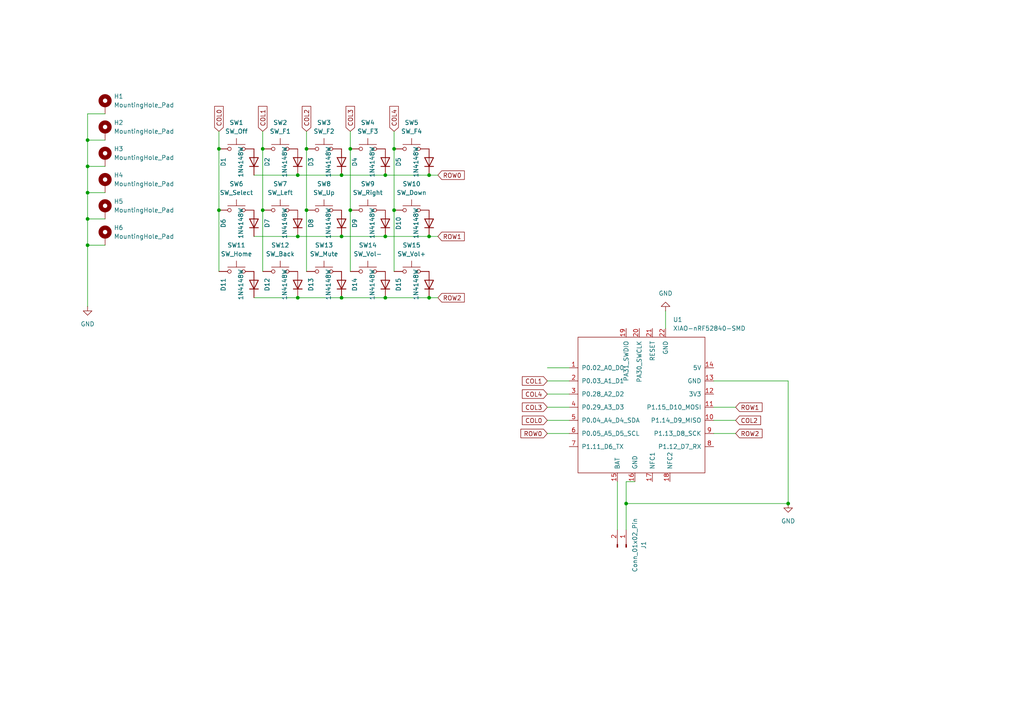
<source format=kicad_sch>
(kicad_sch (version 20250114) (generator "eeschema") (generator_version "9.0")
  (paper "A4")
  (lib_symbols
    (symbol "Connector:Conn_01x02_Pin" (pin_names (offset 1.016) (hide yes))
      (property "Reference" "J" (at 0 2.54 0))
      (property "Value" "Conn_01x02_Pin" (at 0 -5.08 0))
      (symbol "Conn_01x02_Pin_1_1"
        (rectangle (start 0.8636 0.127) (end 0 -0.127) (stroke (width 0.1524)) (fill (type outline)))
        (rectangle (start 0.8636 -2.413) (end 0 -2.667) (stroke (width 0.1524)) (fill (type outline)))
        (polyline (pts (xy 1.27 0) (xy 0.8636 0)) (stroke (width 0.1524)))
        (polyline (pts (xy 1.27 -2.54) (xy 0.8636 -2.54)) (stroke (width 0.1524)))
        (pin passive line (at 5.08 0 180) (length 3.81) (name "Pin_1") (number "1"))
        (pin passive line (at 5.08 -2.54 180) (length 3.81) (name "Pin_2") (number "2"))
      )
    )
    (symbol "Diode:1N4148W" (pin_numbers (hide yes)) (pin_names (hide yes))
      (property "Reference" "D" (at 0 2.54 0))
      (property "Value" "1N4148W" (at 0 -2.54 0))
      (symbol "1N4148W_0_1"
        (polyline (pts (xy -1.27 1.27) (xy -1.27 -1.27)) (stroke (width 0.254)))
        (polyline (pts (xy 1.27 1.27) (xy 1.27 -1.27) (xy -1.27 0) (xy 1.27 1.27)) (stroke (width 0.254)))
        (polyline (pts (xy 1.27 0) (xy -1.27 0)))
      )
      (symbol "1N4148W_1_1"
        (pin passive line (at -3.81 0 0) (length 2.54) (name "K") (number "1"))
        (pin passive line (at 3.81 0 180) (length 2.54) (name "A") (number "2"))
      )
    )
    (symbol "Mechanical:MountingHole_Pad" (pin_numbers (hide yes)) (pin_names (offset 1.016) (hide yes)) (in_bom no)
      (property "Reference" "H" (at 0 6.35 0))
      (property "Value" "MountingHole_Pad" (at 0 4.445 0))
      (symbol "MountingHole_Pad_0_1"
        (circle (center 0 1.27) (radius 1.27) (stroke (width 1.27)))
      )
      (symbol "MountingHole_Pad_1_1"
        (pin input line (at 0 -2.54 90) (length 2.54) (name "1") (number "1"))
      )
    )
    (symbol "Seeed_Studio_XIAO_Series:XIAO-nRF52840-SMD" (pin_names (offset 1.016))
      (property "Reference" "U" (at -18.542 23.114 0))
      (property "Value" "XIAO-nRF52840-SMD" (at -8.636 21.336 0))
      (symbol "XIAO-nRF52840-SMD_0_1"
        (rectangle (start -19.05 20.32) (end 17.78 -19.05))
      )
      (symbol "XIAO-nRF52840-SMD_1_1"
        (pin passive line (at -21.59 11.43 0) (length 2.54) (name "P0.02_A0_D0") (number "1"))
        (pin passive line (at -21.59 7.62 0) (length 2.54) (name "P0.03_A1_D1") (number "2"))
        (pin passive line (at -21.59 3.81 0) (length 2.54) (name "P0.28_A2_D2") (number "3"))
        (pin passive line (at -21.59 0 0) (length 2.54) (name "P0.29_A3_D3") (number "4"))
        (pin passive line (at -21.59 -3.81 0) (length 2.54) (name "P0.04_A4_D4_SDA") (number "5"))
        (pin passive line (at -21.59 -7.62 0) (length 2.54) (name "P0.05_A5_D5_SCL") (number "6"))
        (pin passive line (at -21.59 -11.43 0) (length 2.54) (name "P1.11_D6_TX") (number "7"))
        (pin passive line (at -7.62 -21.59 90) (length 2.54) (name "BAT") (number "15"))
        (pin passive line (at -5.08 22.86 270) (length 2.54) (name "PA31_SWDIO") (number "19"))
        (pin passive line (at -2.54 -21.59 90) (length 2.54) (name "GND") (number "16"))
        (pin passive line (at -1.27 22.86 270) (length 2.54) (name "PA30_SWCLK") (number "20"))
        (pin passive line (at 2.54 22.86 270) (length 2.54) (name "RESET") (number "21"))
        (pin passive line (at 2.54 -21.59 90) (length 2.54) (name "NFC1") (number "17"))
        (pin passive line (at 6.35 22.86 270) (length 2.54) (name "GND") (number "22"))
        (pin passive line (at 7.62 -21.59 90) (length 2.54) (name "NFC2") (number "18"))
        (pin passive line (at 20.32 11.43 180) (length 2.54) (name "5V") (number "14"))
        (pin passive line (at 20.32 7.62 180) (length 2.54) (name "GND") (number "13"))
        (pin passive line (at 20.32 3.81 180) (length 2.54) (name "3V3") (number "12"))
        (pin passive line (at 20.32 0 180) (length 2.54) (name "P1.15_D10_MOSI") (number "11"))
        (pin passive line (at 20.32 -3.81 180) (length 2.54) (name "P1.14_D9_MISO") (number "10"))
        (pin passive line (at 20.32 -7.62 180) (length 2.54) (name "P1.13_D8_SCK") (number "9"))
        (pin passive line (at 20.32 -11.43 180) (length 2.54) (name "P1.12_D7_RX") (number "8"))
      )
    )
    (symbol "Switch:SW_Push" (pin_numbers (hide yes)) (pin_names (offset 1.016) (hide yes))
      (property "Reference" "SW" (at 1.27 2.54 0))
      (property "Value" "SW_Push" (at 0 -1.524 0))
      (symbol "SW_Push_0_1"
        (circle (center -2.032 0) (radius 0.508))
        (polyline (pts (xy 0 1.27) (xy 0 3.048)))
        (circle (center 2.032 0) (radius 0.508))
        (polyline (pts (xy 2.54 1.27) (xy -2.54 1.27)))
        (pin passive line (at -5.08 0 0) (length 2.54) (name "1") (number "1"))
        (pin passive line (at 5.08 0 180) (length 2.54) (name "2") (number "2"))
      )
    )
    (symbol "power:GND" (power) (pin_numbers (hide yes)) (pin_names (offset 0) (hide yes))
      (property "Value" "GND" (at 0 -3.81 0))
      (symbol "GND_0_1"
        (polyline (pts (xy 0 0) (xy 0 -1.27) (xy 1.27 -1.27) (xy 0 -2.54) (xy -1.27 -1.27) (xy 0 -1.27)))
      )
      (symbol "GND_1_1"
        (pin power_in line (at 0 0 270) (length 0) (name "~") (number "1"))
      )
    )
  )
  (junction (at 99.06 86.36))
  (junction (at 124.46 86.36))
  (junction (at 99.06 50.8))
  (junction (at 111.76 50.8))
  (junction (at 25.4 55.88))
  (junction (at 76.2 60.96))
  (junction (at 124.46 50.8))
  (junction (at 88.9 43.18))
  (junction (at 181.61 146.05))
  (junction (at 114.3 60.96))
  (junction (at 86.36 86.36))
  (junction (at 63.5 60.96))
  (junction (at 111.76 86.36))
  (junction (at 99.06 68.58))
  (junction (at 76.2 43.18))
  (junction (at 228.6 146.05))
  (junction (at 25.4 40.64))
  (junction (at 63.5 43.18))
  (junction (at 111.76 68.58))
  (junction (at 88.9 60.96))
  (junction (at 86.36 68.58))
  (junction (at 25.4 63.5))
  (junction (at 101.6 60.96))
  (junction (at 124.46 68.58))
  (junction (at 25.4 71.12))
  (junction (at 101.6 43.18))
  (junction (at 86.36 50.8))
  (junction (at 25.4 48.26))
  (junction (at 114.3 43.18))
  (wire (pts (xy 63.5 43.18) (xy 63.5 38.1)))
  (wire (pts (xy 207.01 125.73) (xy 213.36 125.73)))
  (wire (pts (xy 181.61 146.05) (xy 181.61 139.7)))
  (wire (pts (xy 207.01 110.49) (xy 228.6 110.49)))
  (wire (pts (xy 86.36 86.36) (xy 99.06 86.36)))
  (wire (pts (xy 25.4 48.26) (xy 25.4 55.88)))
  (wire (pts (xy 63.5 60.96) (xy 63.5 78.74)))
  (wire (pts (xy 99.06 68.58) (xy 111.76 68.58)))
  (wire (pts (xy 124.46 68.58) (xy 127 68.58)))
  (wire (pts (xy 25.4 63.5) (xy 30.48 63.5)))
  (wire (pts (xy 181.61 153.67) (xy 181.61 146.05)))
  (wire (pts (xy 124.46 50.8) (xy 127 50.8)))
  (wire (pts (xy 101.6 60.96) (xy 101.6 78.74)))
  (wire (pts (xy 76.2 60.96) (xy 76.2 78.74)))
  (wire (pts (xy 111.76 68.58) (xy 124.46 68.58)))
  (wire (pts (xy 158.75 106.68) (xy 165.1 106.68)))
  (wire (pts (xy 73.66 86.36) (xy 86.36 86.36)))
  (wire (pts (xy 88.9 60.96) (xy 88.9 78.74)))
  (wire (pts (xy 158.75 110.49) (xy 165.1 110.49)))
  (wire (pts (xy 114.3 38.1) (xy 114.3 43.18)))
  (wire (pts (xy 207.01 118.11) (xy 213.36 118.11)))
  (wire (pts (xy 114.3 60.96) (xy 114.3 78.74)))
  (wire (pts (xy 124.46 86.36) (xy 127 86.36)))
  (wire (pts (xy 158.75 114.3) (xy 165.1 114.3)))
  (wire (pts (xy 30.48 40.64) (xy 25.4 40.64)))
  (wire (pts (xy 158.75 118.11) (xy 165.1 118.11)))
  (wire (pts (xy 99.06 86.36) (xy 111.76 86.36)))
  (wire (pts (xy 111.76 86.36) (xy 124.46 86.36)))
  (wire (pts (xy 76.2 43.18) (xy 76.2 60.96)))
  (wire (pts (xy 25.4 33.02) (xy 25.4 40.64)))
  (wire (pts (xy 86.36 68.58) (xy 99.06 68.58)))
  (wire (pts (xy 207.01 121.92) (xy 213.36 121.92)))
  (wire (pts (xy 30.48 33.02) (xy 25.4 33.02)))
  (wire (pts (xy 193.04 90.17) (xy 193.04 95.25)))
  (wire (pts (xy 101.6 38.1) (xy 101.6 43.18)))
  (wire (pts (xy 88.9 43.18) (xy 88.9 60.96)))
  (wire (pts (xy 63.5 43.18) (xy 63.5 60.96)))
  (wire (pts (xy 158.75 125.73) (xy 165.1 125.73)))
  (wire (pts (xy 25.4 40.64) (xy 25.4 48.26)))
  (wire (pts (xy 181.61 146.05) (xy 228.6 146.05)))
  (wire (pts (xy 76.2 38.1) (xy 76.2 43.18)))
  (wire (pts (xy 25.4 63.5) (xy 25.4 71.12)))
  (wire (pts (xy 73.66 68.58) (xy 86.36 68.58)))
  (wire (pts (xy 99.06 50.8) (xy 111.76 50.8)))
  (wire (pts (xy 86.36 50.8) (xy 99.06 50.8)))
  (wire (pts (xy 73.66 50.8) (xy 86.36 50.8)))
  (wire (pts (xy 114.3 43.18) (xy 114.3 60.96)))
  (wire (pts (xy 30.48 48.26) (xy 25.4 48.26)))
  (wire (pts (xy 88.9 38.1) (xy 88.9 43.18)))
  (wire (pts (xy 179.07 139.7) (xy 179.07 153.67)))
  (wire (pts (xy 25.4 71.12) (xy 30.48 71.12)))
  (wire (pts (xy 158.75 121.92) (xy 165.1 121.92)))
  (wire (pts (xy 101.6 43.18) (xy 101.6 60.96)))
  (wire (pts (xy 25.4 55.88) (xy 25.4 63.5)))
  (wire (pts (xy 111.76 50.8) (xy 124.46 50.8)))
  (wire (pts (xy 181.61 139.7) (xy 184.15 139.7)))
  (wire (pts (xy 228.6 110.49) (xy 228.6 146.05)))
  (wire (pts (xy 25.4 71.12) (xy 25.4 88.9)))
  (wire (pts (xy 30.48 55.88) (xy 25.4 55.88)))
  (global_label "ROW1" (shape input) (at 127 68.58 0) (property "Intersheetrefs" "${INTERSHEET_REFS}" (effects (hide yes))))
  (global_label "ROW0" (shape input) (at 127 50.8 0) (property "Intersheetrefs" "${INTERSHEET_REFS}" (effects (hide yes))))
  (global_label "COL2" (shape input) (at 88.9 38.1 90) (property "Intersheetrefs" "${INTERSHEET_REFS}" (effects (hide yes))))
  (global_label "ROW2" (shape input) (at 127 86.36 0) (property "Intersheetrefs" "${INTERSHEET_REFS}" (effects (hide yes))))
  (global_label "COL0" (shape input) (at 63.5 38.1 90) (property "Intersheetrefs" "${INTERSHEET_REFS}" (effects (hide yes))))
  (global_label "ROW0" (shape input) (at 158.75 125.73 180) (property "Intersheetrefs" "${INTERSHEET_REFS}" (effects (hide yes))))
  (global_label "COL1" (shape input) (at 158.75 110.49 180) (property "Intersheetrefs" "${INTERSHEET_REFS}" (effects (hide yes))))
  (global_label "ROW1" (shape input) (at 213.36 118.11 0) (property "Intersheetrefs" "${INTERSHEET_REFS}" (effects (hide yes))))
  (global_label "COL0" (shape input) (at 158.75 121.92 180) (property "Intersheetrefs" "${INTERSHEET_REFS}" (effects (hide yes))))
  (global_label "COL4" (shape input) (at 114.3 38.1 90) (property "Intersheetrefs" "${INTERSHEET_REFS}" (effects (hide yes))))
  (global_label "COL3" (shape input) (at 158.75 118.11 180) (property "Intersheetrefs" "${INTERSHEET_REFS}" (effects (hide yes))))
  (global_label "COL4" (shape input) (at 158.75 114.3 180) (property "Intersheetrefs" "${INTERSHEET_REFS}" (effects (hide yes))))
  (global_label "ROW2" (shape input) (at 213.36 125.73 0) (property "Intersheetrefs" "${INTERSHEET_REFS}" (effects (hide yes))))
  (global_label "COL1" (shape input) (at 76.2 38.1 90) (property "Intersheetrefs" "${INTERSHEET_REFS}" (effects (hide yes))))
  (global_label "COL3" (shape input) (at 101.6 38.1 90) (property "Intersheetrefs" "${INTERSHEET_REFS}" (effects (hide yes))))
  (global_label "COL2" (shape input) (at 213.36 121.92 0) (property "Intersheetrefs" "${INTERSHEET_REFS}" (effects (hide yes))))
  (symbol (lib_id "Diode:1N4148W") (at 111.76 82.55 90) (unit 1)
    (property "Reference" "D14" (at 102.87 82.55 0))
    (property "Value" "1N4148W" (at 107.95 82.55 0))
    (property "Footprint" "Diode_SMD:D_SOD-123" (effects (hide yes)))
    (property "Datasheet" "https://www.vishay.com/docs/85748/1n4148w.pdf" (effects (hide yes)))
    (property "Description" "75V 0.15A Fast Switching Diode, SOD-123" (effects (hide yes)))
    (property "Sim.Device" "D" (effects (hide yes)))
    (property "Sim.Pins" "1=K 2=A" (effects (hide yes)))
  )
  (symbol (lib_id "Switch:SW_Push") (at 119.38 60.96 0) (unit 1)
    (property "Reference" "SW10" (at 119.38 53.34 0))
    (property "Value" "SW_Down" (at 119.38 55.88 0))
    (property "Footprint" "Button_Switch_Keyboard:SW_Cherry_MX_1.00u_PCB" (effects (hide yes)))
    (property "Description" "Push button switch, generic, two pins" (effects (hide yes)))
  )
  (symbol (lib_id "Seeed_Studio_XIAO_Series:XIAO-nRF52840-SMD") (at 186.69 118.11 0) (unit 1)
    (property "Reference" "U1" (at 195.1833 92.71 0) (effects (justify left)))
    (property "Value" "XIAO-nRF52840-SMD" (at 195.1833 95.25 0) (effects (justify left)))
    (property "Footprint" "Seeed Studio XIAO Series Library:XIAO-nRF52840-SMD" (effects (hide yes)))
  )
  (symbol (lib_id "Switch:SW_Push") (at 106.68 60.96 0) (unit 1)
    (property "Reference" "SW9" (at 106.68 53.34 0))
    (property "Value" "SW_Right" (at 106.68 55.88 0))
    (property "Footprint" "Button_Switch_Keyboard:SW_Cherry_MX_1.00u_PCB" (effects (hide yes)))
    (property "Description" "Push button switch, generic, two pins" (effects (hide yes)))
  )
  (symbol (lib_id "Switch:SW_Push") (at 119.38 43.18 0) (unit 1)
    (property "Reference" "SW5" (at 119.38 35.56 0))
    (property "Value" "SW_F4" (at 119.38 38.1 0))
    (property "Footprint" "Button_Switch_Keyboard:SW_Cherry_MX_1.00u_PCB" (effects (hide yes)))
    (property "Description" "Push button switch, generic, two pins" (effects (hide yes)))
  )
  (symbol (lib_id "Diode:1N4148W") (at 73.66 46.99 90) (unit 1)
    (property "Reference" "D1" (at 64.77 46.99 0))
    (property "Value" "1N4148W" (at 69.85 46.99 0))
    (property "Footprint" "Diode_SMD:D_SOD-123" (effects (hide yes)))
    (property "Datasheet" "https://www.vishay.com/docs/85748/1n4148w.pdf" (effects (hide yes)))
    (property "Description" "75V 0.15A Fast Switching Diode, SOD-123" (effects (hide yes)))
    (property "Sim.Device" "D" (effects (hide yes)))
    (property "Sim.Pins" "1=K 2=A" (effects (hide yes)))
  )
  (symbol (lib_id "Diode:1N4148W") (at 73.66 64.77 90) (unit 1)
    (property "Reference" "D6" (at 64.77 64.77 0))
    (property "Value" "1N4148W" (at 69.85 64.77 0))
    (property "Footprint" "Diode_SMD:D_SOD-123" (effects (hide yes)))
    (property "Datasheet" "https://www.vishay.com/docs/85748/1n4148w.pdf" (effects (hide yes)))
    (property "Description" "75V 0.15A Fast Switching Diode, SOD-123" (effects (hide yes)))
    (property "Sim.Device" "D" (effects (hide yes)))
    (property "Sim.Pins" "1=K 2=A" (effects (hide yes)))
  )
  (symbol (lib_id "Mechanical:MountingHole_Pad") (at 30.48 60.96 0) (unit 1) (in_bom no)
    (property "Reference" "H5" (at 33.02 58.4199 0) (effects (justify left)))
    (property "Value" "MountingHole_Pad" (at 33.02 60.9599 0) (effects (justify left)))
    (property "Footprint" "MountingHole:MountingHole_2.5mm_Pad" (effects (hide yes)))
    (property "Description" "Mounting Hole with connection" (effects (hide yes)))
  )
  (symbol (lib_id "Diode:1N4148W") (at 86.36 64.77 90) (unit 1)
    (property "Reference" "D7" (at 77.47 64.77 0))
    (property "Value" "1N4148W" (at 82.55 64.77 0))
    (property "Footprint" "Diode_SMD:D_SOD-123" (effects (hide yes)))
    (property "Datasheet" "https://www.vishay.com/docs/85748/1n4148w.pdf" (effects (hide yes)))
    (property "Description" "75V 0.15A Fast Switching Diode, SOD-123" (effects (hide yes)))
    (property "Sim.Device" "D" (effects (hide yes)))
    (property "Sim.Pins" "1=K 2=A" (effects (hide yes)))
  )
  (symbol (lib_id "Switch:SW_Push") (at 93.98 78.74 0) (unit 1)
    (property "Reference" "SW13" (at 93.98 71.12 0))
    (property "Value" "SW_Mute" (at 93.98 73.66 0))
    (property "Footprint" "Button_Switch_Keyboard:SW_Cherry_MX_1.00u_PCB" (effects (hide yes)))
    (property "Description" "Push button switch, generic, two pins" (effects (hide yes)))
  )
  (symbol (lib_id "Switch:SW_Push") (at 68.58 43.18 0) (unit 1)
    (property "Reference" "SW1" (at 68.58 35.56 0))
    (property "Value" "SW_Off" (at 68.58 38.1 0))
    (property "Footprint" "Button_Switch_Keyboard:SW_Cherry_MX_1.50u_PCB" (effects (hide yes)))
    (property "Description" "Push button switch, generic, two pins" (effects (hide yes)))
  )
  (symbol (lib_id "Diode:1N4148W") (at 111.76 46.99 90) (unit 1)
    (property "Reference" "D4" (at 102.87 46.99 0))
    (property "Value" "1N4148W" (at 107.95 46.99 0))
    (property "Footprint" "Diode_SMD:D_SOD-123" (effects (hide yes)))
    (property "Datasheet" "https://www.vishay.com/docs/85748/1n4148w.pdf" (effects (hide yes)))
    (property "Description" "75V 0.15A Fast Switching Diode, SOD-123" (effects (hide yes)))
    (property "Sim.Device" "D" (effects (hide yes)))
    (property "Sim.Pins" "1=K 2=A" (effects (hide yes)))
  )
  (symbol (lib_id "Diode:1N4148W") (at 124.46 64.77 90) (unit 1)
    (property "Reference" "D10" (at 115.57 64.77 0))
    (property "Value" "1N4148W" (at 120.65 64.77 0))
    (property "Footprint" "Diode_SMD:D_SOD-123" (effects (hide yes)))
    (property "Datasheet" "https://www.vishay.com/docs/85748/1n4148w.pdf" (effects (hide yes)))
    (property "Description" "75V 0.15A Fast Switching Diode, SOD-123" (effects (hide yes)))
    (property "Sim.Device" "D" (effects (hide yes)))
    (property "Sim.Pins" "1=K 2=A" (effects (hide yes)))
  )
  (symbol (lib_id "power:GND") (at 228.6 146.05 0) (unit 1)
    (property "Reference" "#PWR03" (effects (hide yes)))
    (property "Value" "GND" (at 228.6 151.13 0))
    (property "Description" "Power symbol creates a global label with name \"GND\" , ground" (effects (hide yes)))
  )
  (symbol (lib_id "Mechanical:MountingHole_Pad") (at 30.48 30.48 0) (unit 1) (in_bom no)
    (property "Reference" "H1" (at 33.02 27.9399 0) (effects (justify left)))
    (property "Value" "MountingHole_Pad" (at 33.02 30.4799 0) (effects (justify left)))
    (property "Footprint" "MountingHole:MountingHole_2.5mm_Pad" (effects (hide yes)))
    (property "Description" "Mounting Hole with connection" (effects (hide yes)))
  )
  (symbol (lib_id "Switch:SW_Push") (at 81.28 60.96 0) (unit 1)
    (property "Reference" "SW7" (at 81.28 53.34 0))
    (property "Value" "SW_Left" (at 81.28 55.88 0))
    (property "Footprint" "Button_Switch_Keyboard:SW_Cherry_MX_1.00u_PCB" (effects (hide yes)))
    (property "Description" "Push button switch, generic, two pins" (effects (hide yes)))
  )
  (symbol (lib_id "Diode:1N4148W") (at 111.76 64.77 90) (unit 1)
    (property "Reference" "D9" (at 102.87 64.77 0))
    (property "Value" "1N4148W" (at 107.95 64.77 0))
    (property "Footprint" "Diode_SMD:D_SOD-123" (effects (hide yes)))
    (property "Datasheet" "https://www.vishay.com/docs/85748/1n4148w.pdf" (effects (hide yes)))
    (property "Description" "75V 0.15A Fast Switching Diode, SOD-123" (effects (hide yes)))
    (property "Sim.Device" "D" (effects (hide yes)))
    (property "Sim.Pins" "1=K 2=A" (effects (hide yes)))
  )
  (symbol (lib_id "Switch:SW_Push") (at 93.98 60.96 0) (unit 1)
    (property "Reference" "SW8" (at 93.98 53.34 0))
    (property "Value" "SW_Up" (at 93.98 55.88 0))
    (property "Footprint" "Button_Switch_Keyboard:SW_Cherry_MX_1.00u_PCB" (effects (hide yes)))
    (property "Description" "Push button switch, generic, two pins" (effects (hide yes)))
  )
  (symbol (lib_id "Mechanical:MountingHole_Pad") (at 30.48 38.1 0) (unit 1) (in_bom no)
    (property "Reference" "H2" (at 33.02 35.5599 0) (effects (justify left)))
    (property "Value" "MountingHole_Pad" (at 33.02 38.0999 0) (effects (justify left)))
    (property "Footprint" "MountingHole:MountingHole_2.5mm_Pad" (effects (hide yes)))
    (property "Description" "Mounting Hole with connection" (effects (hide yes)))
  )
  (symbol (lib_id "Switch:SW_Push") (at 81.28 43.18 0) (unit 1)
    (property "Reference" "SW2" (at 81.28 35.56 0))
    (property "Value" "SW_F1" (at 81.28 38.1 0))
    (property "Footprint" "Button_Switch_Keyboard:SW_Cherry_MX_1.00u_PCB" (effects (hide yes)))
    (property "Description" "Push button switch, generic, two pins" (effects (hide yes)))
  )
  (symbol (lib_id "Switch:SW_Push") (at 106.68 43.18 0) (unit 1)
    (property "Reference" "SW4" (at 106.68 35.56 0))
    (property "Value" "SW_F3" (at 106.68 38.1 0))
    (property "Footprint" "Button_Switch_Keyboard:SW_Cherry_MX_1.00u_PCB" (effects (hide yes)))
    (property "Description" "Push button switch, generic, two pins" (effects (hide yes)))
  )
  (symbol (lib_id "Switch:SW_Push") (at 106.68 78.74 0) (unit 1)
    (property "Reference" "SW14" (at 106.68 71.12 0))
    (property "Value" "SW_Vol-" (at 106.68 73.66 0))
    (property "Footprint" "Button_Switch_Keyboard:SW_Cherry_MX_1.00u_PCB" (effects (hide yes)))
    (property "Description" "Push button switch, generic, two pins" (effects (hide yes)))
  )
  (symbol (lib_id "Switch:SW_Push") (at 68.58 78.74 0) (unit 1)
    (property "Reference" "SW11" (at 68.58 71.12 0))
    (property "Value" "SW_Home" (at 68.58 73.66 0))
    (property "Footprint" "Button_Switch_Keyboard:SW_Cherry_MX_1.00u_PCB" (effects (hide yes)))
    (property "Description" "Push button switch, generic, two pins" (effects (hide yes)))
  )
  (symbol (lib_id "power:GND") (at 25.4 88.9 0) (unit 1)
    (property "Reference" "#PWR01" (effects (hide yes)))
    (property "Value" "GND" (at 25.4 93.98 0))
    (property "Description" "Power symbol creates a global label with name \"GND\" , ground" (effects (hide yes)))
  )
  (symbol (lib_id "Diode:1N4148W") (at 86.36 82.55 90) (unit 1)
    (property "Reference" "D12" (at 77.47 82.55 0))
    (property "Value" "1N4148W" (at 82.55 82.55 0))
    (property "Footprint" "Diode_SMD:D_SOD-123" (effects (hide yes)))
    (property "Datasheet" "https://www.vishay.com/docs/85748/1n4148w.pdf" (effects (hide yes)))
    (property "Description" "75V 0.15A Fast Switching Diode, SOD-123" (effects (hide yes)))
    (property "Sim.Device" "D" (effects (hide yes)))
    (property "Sim.Pins" "1=K 2=A" (effects (hide yes)))
  )
  (symbol (lib_id "Diode:1N4148W") (at 99.06 64.77 90) (unit 1)
    (property "Reference" "D8" (at 90.17 64.77 0))
    (property "Value" "1N4148W" (at 95.25 64.77 0))
    (property "Footprint" "Diode_SMD:D_SOD-123" (effects (hide yes)))
    (property "Datasheet" "https://www.vishay.com/docs/85748/1n4148w.pdf" (effects (hide yes)))
    (property "Description" "75V 0.15A Fast Switching Diode, SOD-123" (effects (hide yes)))
    (property "Sim.Device" "D" (effects (hide yes)))
    (property "Sim.Pins" "1=K 2=A" (effects (hide yes)))
  )
  (symbol (lib_id "power:GND") (at 193.04 90.17 180) (unit 1)
    (property "Reference" "#PWR02" (effects (hide yes)))
    (property "Value" "GND" (at 193.04 85.09 0))
    (property "Description" "Power symbol creates a global label with name \"GND\" , ground" (effects (hide yes)))
  )
  (symbol (lib_id "Switch:SW_Push") (at 68.58 60.96 0) (unit 1)
    (property "Reference" "SW6" (at 68.58 53.34 0))
    (property "Value" "SW_Select" (at 68.58 55.88 0))
    (property "Footprint" "Button_Switch_Keyboard:SW_Cherry_MX_1.00u_PCB" (effects (hide yes)))
    (property "Description" "Push button switch, generic, two pins" (effects (hide yes)))
  )
  (symbol (lib_id "Mechanical:MountingHole_Pad") (at 30.48 68.58 0) (unit 1) (in_bom no)
    (property "Reference" "H6" (at 33.02 66.0399 0) (effects (justify left)))
    (property "Value" "MountingHole_Pad" (at 33.02 68.5799 0) (effects (justify left)))
    (property "Footprint" "MountingHole:MountingHole_2.5mm_Pad" (effects (hide yes)))
    (property "Description" "Mounting Hole with connection" (effects (hide yes)))
  )
  (symbol (lib_id "Diode:1N4148W") (at 124.46 46.99 90) (unit 1)
    (property "Reference" "D5" (at 115.57 46.99 0))
    (property "Value" "1N4148W" (at 120.65 46.99 0))
    (property "Footprint" "Diode_SMD:D_SOD-123" (effects (hide yes)))
    (property "Datasheet" "https://www.vishay.com/docs/85748/1n4148w.pdf" (effects (hide yes)))
    (property "Description" "75V 0.15A Fast Switching Diode, SOD-123" (effects (hide yes)))
    (property "Sim.Device" "D" (effects (hide yes)))
    (property "Sim.Pins" "1=K 2=A" (effects (hide yes)))
  )
  (symbol (lib_id "Diode:1N4148W") (at 99.06 46.99 90) (unit 1)
    (property "Reference" "D3" (at 90.17 46.99 0))
    (property "Value" "1N4148W" (at 95.25 46.99 0))
    (property "Footprint" "Diode_SMD:D_SOD-123" (effects (hide yes)))
    (property "Datasheet" "https://www.vishay.com/docs/85748/1n4148w.pdf" (effects (hide yes)))
    (property "Description" "75V 0.15A Fast Switching Diode, SOD-123" (effects (hide yes)))
    (property "Sim.Device" "D" (effects (hide yes)))
    (property "Sim.Pins" "1=K 2=A" (effects (hide yes)))
  )
  (symbol (lib_id "Switch:SW_Push") (at 119.38 78.74 0) (unit 1)
    (property "Reference" "SW15" (at 119.38 71.12 0))
    (property "Value" "SW_Vol+" (at 119.38 73.66 0))
    (property "Footprint" "Button_Switch_Keyboard:SW_Cherry_MX_1.00u_PCB" (effects (hide yes)))
    (property "Description" "Push button switch, generic, two pins" (effects (hide yes)))
  )
  (symbol (lib_id "Connector:Conn_01x02_Pin") (at 181.61 158.75 270) (mirror x) (unit 1)
    (property "Reference" "J1" (at 186.69 158.115 0))
    (property "Value" "Conn_01x02_Pin" (at 184.15 158.115 0))
    (property "Footprint" "Connector_JST:JST_PH_S2B-PH-K_1x02_P2.00mm_Horizontal" (effects (hide yes)))
    (property "Description" "Generic connector, single row, 01x02, script generated" (effects (hide yes)))
  )
  (symbol (lib_id "Mechanical:MountingHole_Pad") (at 30.48 53.34 0) (unit 1) (in_bom no)
    (property "Reference" "H4" (at 33.02 50.7999 0) (effects (justify left)))
    (property "Value" "MountingHole_Pad" (at 33.02 53.3399 0) (effects (justify left)))
    (property "Footprint" "MountingHole:MountingHole_2.5mm_Pad" (effects (hide yes)))
    (property "Description" "Mounting Hole with connection" (effects (hide yes)))
  )
  (symbol (lib_id "Switch:SW_Push") (at 81.28 78.74 0) (unit 1)
    (property "Reference" "SW12" (at 81.28 71.12 0))
    (property "Value" "SW_Back" (at 81.28 73.66 0))
    (property "Footprint" "Button_Switch_Keyboard:SW_Cherry_MX_1.00u_PCB" (effects (hide yes)))
    (property "Description" "Push button switch, generic, two pins" (effects (hide yes)))
  )
  (symbol (lib_id "Switch:SW_Push") (at 93.98 43.18 0) (unit 1)
    (property "Reference" "SW3" (at 93.98 35.56 0))
    (property "Value" "SW_F2" (at 93.98 38.1 0))
    (property "Footprint" "Button_Switch_Keyboard:SW_Cherry_MX_1.00u_PCB" (effects (hide yes)))
    (property "Description" "Push button switch, generic, two pins" (effects (hide yes)))
  )
  (symbol (lib_id "Diode:1N4148W") (at 99.06 82.55 90) (unit 1)
    (property "Reference" "D13" (at 90.17 82.55 0))
    (property "Value" "1N4148W" (at 95.25 82.55 0))
    (property "Footprint" "Diode_SMD:D_SOD-123" (effects (hide yes)))
    (property "Datasheet" "https://www.vishay.com/docs/85748/1n4148w.pdf" (effects (hide yes)))
    (property "Description" "75V 0.15A Fast Switching Diode, SOD-123" (effects (hide yes)))
    (property "Sim.Device" "D" (effects (hide yes)))
    (property "Sim.Pins" "1=K 2=A" (effects (hide yes)))
  )
  (symbol (lib_id "Mechanical:MountingHole_Pad") (at 30.48 45.72 0) (unit 1) (in_bom no)
    (property "Reference" "H3" (at 33.02 43.1799 0) (effects (justify left)))
    (property "Value" "MountingHole_Pad" (at 33.02 45.7199 0) (effects (justify left)))
    (property "Footprint" "MountingHole:MountingHole_2.5mm_Pad" (effects (hide yes)))
    (property "Description" "Mounting Hole with connection" (effects (hide yes)))
  )
  (symbol (lib_id "Diode:1N4148W") (at 73.66 82.55 90) (unit 1)
    (property "Reference" "D11" (at 64.77 82.55 0))
    (property "Value" "1N4148W" (at 69.85 82.55 0))
    (property "Footprint" "Diode_SMD:D_SOD-123" (effects (hide yes)))
    (property "Datasheet" "https://www.vishay.com/docs/85748/1n4148w.pdf" (effects (hide yes)))
    (property "Description" "75V 0.15A Fast Switching Diode, SOD-123" (effects (hide yes)))
    (property "Sim.Device" "D" (effects (hide yes)))
    (property "Sim.Pins" "1=K 2=A" (effects (hide yes)))
  )
  (symbol (lib_id "Diode:1N4148W") (at 124.46 82.55 90) (unit 1)
    (property "Reference" "D15" (at 115.57 82.55 0))
    (property "Value" "1N4148W" (at 120.65 82.55 0))
    (property "Footprint" "Diode_SMD:D_SOD-123" (effects (hide yes)))
    (property "Datasheet" "https://www.vishay.com/docs/85748/1n4148w.pdf" (effects (hide yes)))
    (property "Description" "75V 0.15A Fast Switching Diode, SOD-123" (effects (hide yes)))
    (property "Sim.Device" "D" (effects (hide yes)))
    (property "Sim.Pins" "1=K 2=A" (effects (hide yes)))
  )
  (symbol (lib_id "Diode:1N4148W") (at 86.36 46.99 90) (unit 1)
    (property "Reference" "D2" (at 77.47 46.99 0))
    (property "Value" "1N4148W" (at 82.55 46.99 0))
    (property "Footprint" "Diode_SMD:D_SOD-123" (effects (hide yes)))
    (property "Datasheet" "https://www.vishay.com/docs/85748/1n4148w.pdf" (effects (hide yes)))
    (property "Description" "75V 0.15A Fast Switching Diode, SOD-123" (effects (hide yes)))
    (property "Sim.Device" "D" (effects (hide yes)))
    (property "Sim.Pins" "1=K 2=A" (effects (hide yes)))
  )
)
</source>
